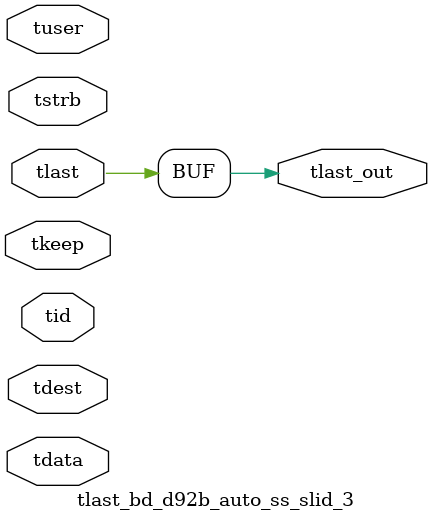
<source format=v>


`timescale 1ps/1ps

module tlast_bd_d92b_auto_ss_slid_3 #
(
parameter C_S_AXIS_TID_WIDTH   = 1,
parameter C_S_AXIS_TUSER_WIDTH = 0,
parameter C_S_AXIS_TDATA_WIDTH = 0,
parameter C_S_AXIS_TDEST_WIDTH = 0
)
(
input  [(C_S_AXIS_TID_WIDTH   == 0 ? 1 : C_S_AXIS_TID_WIDTH)-1:0       ] tid,
input  [(C_S_AXIS_TDATA_WIDTH == 0 ? 1 : C_S_AXIS_TDATA_WIDTH)-1:0     ] tdata,
input  [(C_S_AXIS_TUSER_WIDTH == 0 ? 1 : C_S_AXIS_TUSER_WIDTH)-1:0     ] tuser,
input  [(C_S_AXIS_TDEST_WIDTH == 0 ? 1 : C_S_AXIS_TDEST_WIDTH)-1:0     ] tdest,
input  [(C_S_AXIS_TDATA_WIDTH/8)-1:0 ] tkeep,
input  [(C_S_AXIS_TDATA_WIDTH/8)-1:0 ] tstrb,
input  [0:0]                                                             tlast,
output                                                                   tlast_out
);

assign tlast_out = {tlast};

endmodule


</source>
